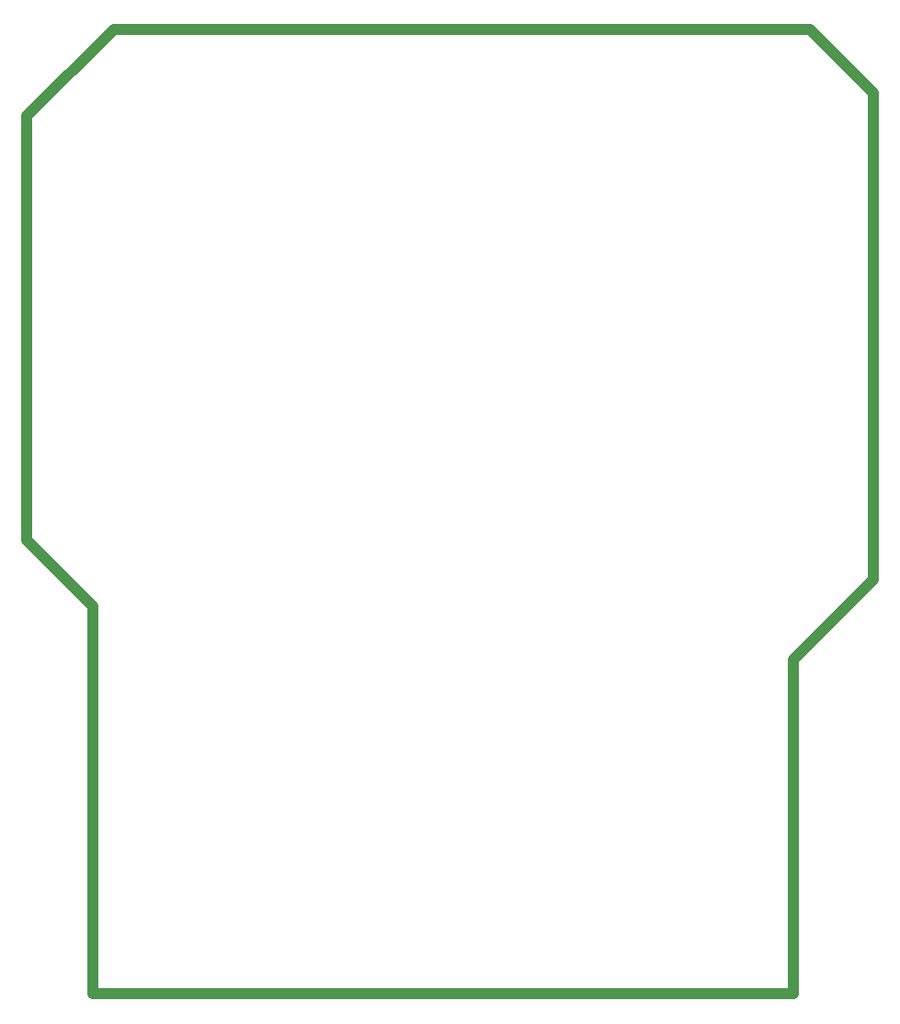
<source format=gko>
G04*
G04 #@! TF.GenerationSoftware,Altium Limited,Altium Designer,19.1.7 (138)*
G04*
G04 Layer_Color=16711935*
%FSLAX25Y25*%
%MOIN*%
G70*
G01*
G75*
%ADD77C,0.04000*%
D77*
X255500Y2000D02*
Y123000D01*
X284500Y152000D01*
Y328500D01*
X261500Y351500D02*
X284500Y328500D01*
X9000Y351500D02*
X10000D01*
X-22500Y320000D02*
X9000Y351500D01*
X-22500Y166500D02*
Y320000D01*
Y166500D02*
X1500Y142500D01*
Y2000D02*
Y142500D01*
Y2000D02*
X255500D01*
X10000Y351500D02*
X261500D01*
M02*

</source>
